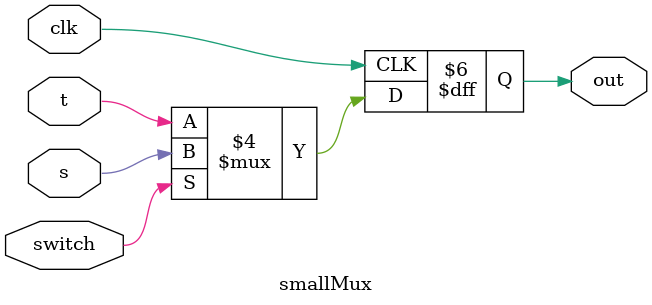
<source format=v>
module smallMux(s, t, switch, clk, out);
  input s, t, switch;
  input clk;
  output out;
  reg out;
  always @ (posedge clk) begin
    if(switch == 0) out <= t;
    else out <= s;
  end
endmodule
</source>
